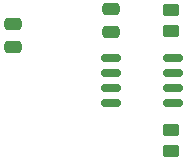
<source format=gbr>
%TF.GenerationSoftware,KiCad,Pcbnew,7.0.10*%
%TF.CreationDate,2024-01-17T20:15:58+01:00*%
%TF.ProjectId,RA01_868,52413031-5f38-4363-982e-6b696361645f,rev?*%
%TF.SameCoordinates,Original*%
%TF.FileFunction,Paste,Bot*%
%TF.FilePolarity,Positive*%
%FSLAX46Y46*%
G04 Gerber Fmt 4.6, Leading zero omitted, Abs format (unit mm)*
G04 Created by KiCad (PCBNEW 7.0.10) date 2024-01-17 20:15:58*
%MOMM*%
%LPD*%
G01*
G04 APERTURE LIST*
G04 Aperture macros list*
%AMRoundRect*
0 Rectangle with rounded corners*
0 $1 Rounding radius*
0 $2 $3 $4 $5 $6 $7 $8 $9 X,Y pos of 4 corners*
0 Add a 4 corners polygon primitive as box body*
4,1,4,$2,$3,$4,$5,$6,$7,$8,$9,$2,$3,0*
0 Add four circle primitives for the rounded corners*
1,1,$1+$1,$2,$3*
1,1,$1+$1,$4,$5*
1,1,$1+$1,$6,$7*
1,1,$1+$1,$8,$9*
0 Add four rect primitives between the rounded corners*
20,1,$1+$1,$2,$3,$4,$5,0*
20,1,$1+$1,$4,$5,$6,$7,0*
20,1,$1+$1,$6,$7,$8,$9,0*
20,1,$1+$1,$8,$9,$2,$3,0*%
G04 Aperture macros list end*
%ADD10RoundRect,0.250000X0.475000X-0.250000X0.475000X0.250000X-0.475000X0.250000X-0.475000X-0.250000X0*%
%ADD11RoundRect,0.250000X-0.450000X0.262500X-0.450000X-0.262500X0.450000X-0.262500X0.450000X0.262500X0*%
%ADD12RoundRect,0.150000X0.675000X0.150000X-0.675000X0.150000X-0.675000X-0.150000X0.675000X-0.150000X0*%
G04 APERTURE END LIST*
D10*
%TO.C,C1*%
X130175000Y-46670000D03*
X130175000Y-44770000D03*
%TD*%
D11*
%TO.C,R2*%
X143510000Y-53697500D03*
X143510000Y-55522500D03*
%TD*%
%TO.C,R1*%
X143510000Y-43537500D03*
X143510000Y-45362500D03*
%TD*%
D10*
%TO.C,C2*%
X138430000Y-45400000D03*
X138430000Y-43500000D03*
%TD*%
D12*
%TO.C,U2*%
X143680000Y-47625000D03*
X143680000Y-48895000D03*
X143680000Y-50165000D03*
X143680000Y-51435000D03*
X138430000Y-51435000D03*
X138430000Y-50165000D03*
X138430000Y-48895000D03*
X138430000Y-47625000D03*
%TD*%
M02*

</source>
